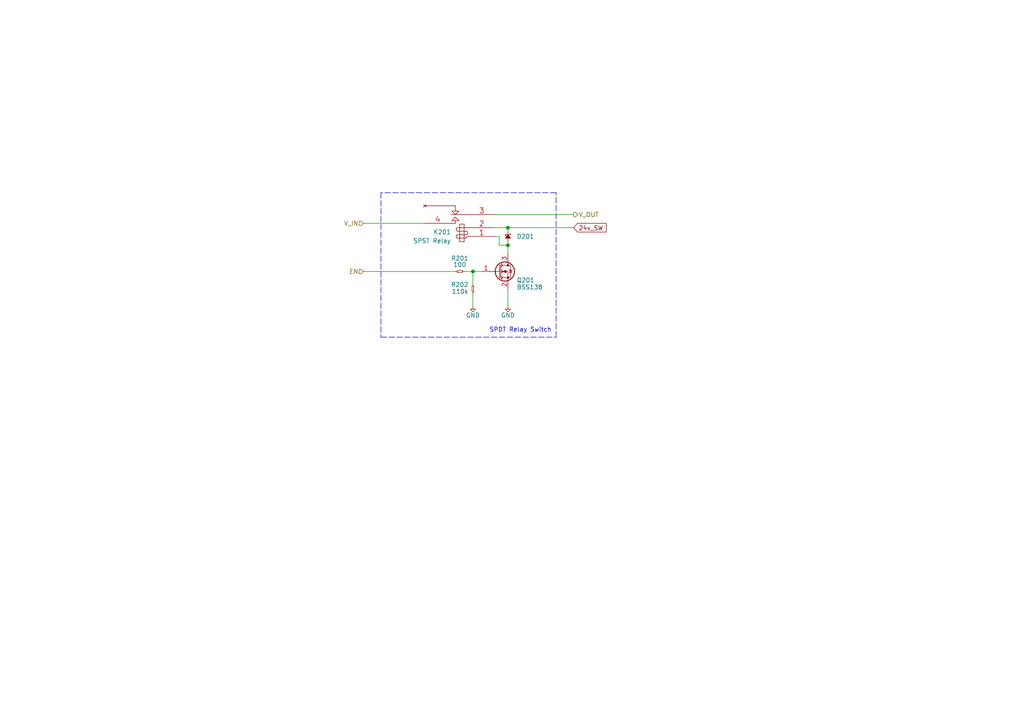
<source format=kicad_sch>
(kicad_sch (version 20211123) (generator eeschema)
  (paper "A4")
  (title_block (title "PROJECT ROYALE") (date "2021-10-23") (rev "1.0") (company "Cambridge University Spaceflight") (comment 1 "Drawn By Henry Franks"))
  (lib_symbols
    (symbol "royale:BSS138" (pin_names hide)
      (property "Reference" "Q" (at 5.08 1.905 0))
      (property "Value" "royale_BSS138" (at 5.08 0 0))
      (symbol "BSS138_0_1"
        (polyline (pts (xy 0.254 0) (xy -2.54 0)))
        (polyline (pts (xy 0.254 1.905) (xy 0.254 -1.905)) (stroke (width 0.254)))
        (polyline (pts (xy 0.762 -1.27) (xy 0.762 -2.286)) (stroke (width 0.254)))
        (polyline (pts (xy 0.762 0.508) (xy 0.762 -0.508)) (stroke (width 0.254)))
        (polyline (pts (xy 0.762 2.286) (xy 0.762 1.27)) (stroke (width 0.254)))
        (polyline (pts (xy 2.54 2.54) (xy 2.54 1.778)))
        (polyline (pts (xy 2.54 -2.54) (xy 2.54 0) (xy 0.762 0)))
        (polyline (pts (xy 0.762 -1.778) (xy 3.302 -1.778) (xy 3.302 1.778) (xy 0.762 1.778)))
        (polyline (pts (xy 1.016 0) (xy 2.032 0.381) (xy 2.032 -0.381) (xy 1.016 0)) (fill (type outline)))
        (polyline (pts (xy 2.794 0.508) (xy 2.921 0.381) (xy 3.683 0.381) (xy 3.81 0.254)))
        (polyline (pts (xy 3.302 0.381) (xy 2.921 -0.254) (xy 3.683 -0.254) (xy 3.302 0.381)))
        (circle (center 1.651 0) (radius 2.794) (stroke (width 0.254)))
        (circle (center 2.54 -1.778) (radius 0.254) (fill (type outline)))
        (circle (center 2.54 1.778) (radius 0.254) (fill (type outline)))
      )
      (symbol "BSS138_1_1"
        (pin input line (at -5.08 0 0) (length 2.54) (name "G") (number "1"))
        (pin passive line (at 2.54 -5.08 90) (length 2.54) (name "S") (number "2"))
        (pin passive line (at 2.54 5.08 270) (length 2.54) (name "D") (number "3"))
      )
    )
    (symbol "royale:Diode_Schottky" (pin_numbers hide) (pin_names (offset 1.016) hide)
      (property "Reference" "D" (at 1.27 1.778 0))
      (symbol "Diode_Schottky_0_1"
        (polyline (pts (xy 0.762 0.762) (xy 0.762 -0.762)))
        (polyline (pts (xy 0.762 -0.762) (xy 1.016 -0.762) (xy 1.016 -0.508)))
        (polyline (pts (xy 0.762 0.762) (xy 0.508 0.762) (xy 0.508 0.508)))
        (polyline (pts (xy 1.778 0.762) (xy 0.762 0) (xy 1.778 -0.762) (xy 1.778 0.762)) (fill (type outline)))
      )
      (symbol "Diode_Schottky_1_1"
        (pin passive line (at 0 0 0) (length 0.762) (name "~") (number "1"))
        (pin passive line (at 2.54 0 180) (length 0.762) (name "~") (number "2"))
      )
    )
    (symbol "royale:GND" (power) (pin_numbers hide) (pin_names (offset 1.016) hide)
      (property "Value" "royale_GND" (at 0 -2.54 0))
      (symbol "GND_0_1"
        (polyline (pts (xy 0 0) (xy 0 -0.762)))
        (polyline (pts (xy -0.762 -0.762) (xy 0.762 -0.762) (xy 0 -1.524) (xy -0.762 -0.762)) (fill (type background)))
      )
      (symbol "GND_1_1"
        (pin power_in line (at 0 0 180) (length 0) hide (name "GND") (number "1"))
      )
    )
    (symbol "royale:R" (pin_numbers hide) (pin_names (offset 1.016) hide)
      (property "Reference" "R" (at 1.27 1.27 0))
      (property "Value" "royale_R" (at 1.27 -1.27 0))
      (symbol "R_0_1"
        (rectangle (start 0.508 0.254) (end 2.032 -0.254) (fill (type background)))
      )
      (symbol "R_1_1"
        (pin passive line (at 0 0 0) (length 0.508) (name "~") (number "1"))
        (pin passive line (at 2.54 0 180) (length 0.508) (name "~") (number "2"))
      )
    )
    (symbol "royale:Relay_SPST" (pin_names (offset 1.016) hide)
      (property "Reference" "K" (at -1.27 10.16 0))
      (property "Value" "Relay_SPST" (at 0 -3.81 0))
      (symbol "Relay_SPST_0_1"
        (polyline (pts (xy -2.54 0) (xy -2.286 0)))
        (polyline (pts (xy -2.54 2.54) (xy -1.27 2.54)))
        (polyline (pts (xy -2.286 0) (xy -1.778 -0.4826)))
        (polyline (pts (xy -2.286 0.7874) (xy -2.286 1.27)))
        (polyline (pts (xy -2.032 0.508) (xy -2.286 0.7874)))
        (polyline (pts (xy -2.032 1.524) (xy -2.286 1.27)))
        (polyline (pts (xy -1.778 -0.4826) (xy -1.27 -0.4826)))
        (polyline (pts (xy -1.27 -1.524) (xy -1.27 3.5814)))
        (polyline (pts (xy -1.27 0.508) (xy -2.032 0.508)))
        (polyline (pts (xy -1.27 0.508) (xy 0 0.508)))
        (polyline (pts (xy -1.27 1.524) (xy -2.032 1.524)))
        (polyline (pts (xy -1.27 2.54) (xy 0 2.54)))
        (polyline (pts (xy -1.27 3.5814) (xy 0 3.5814)))
        (polyline (pts (xy 0 -1.524) (xy -1.27 -1.524)))
        (polyline (pts (xy 0 -0.4826) (xy -1.27 -0.4826)))
        (polyline (pts (xy 0 -0.4826) (xy 0.7366 -0.4826)))
        (polyline (pts (xy 0 0.508) (xy 0.7366 0.508)))
        (polyline (pts (xy 0 1.524) (xy -1.27 1.524)))
        (polyline (pts (xy 0 1.524) (xy 0.7366 1.524)))
        (polyline (pts (xy 0 2.54) (xy 0.7366 2.54)))
        (polyline (pts (xy 0 3.5814) (xy 0 -1.524)))
        (polyline (pts (xy 0.254 4.572) (xy 1.27 5.6134)))
        (polyline (pts (xy 0.254 7.366) (xy 0.9906 7.366)))
        (polyline (pts (xy 0.7366 -0.4826) (xy 0.9906 -0.254)))
        (polyline (pts (xy 0.7366 0.508) (xy 0.9906 0.254)))
        (polyline (pts (xy 0.7366 1.524) (xy 0.9906 1.778)))
        (polyline (pts (xy 0.7366 2.54) (xy 0.9906 2.3114)))
        (polyline (pts (xy 0.9906 -0.254) (xy 0.9906 0.254)))
        (polyline (pts (xy 0.9906 2.3114) (xy 0.9906 1.778)))
        (polyline (pts (xy 0.9906 6.6294) (xy 0.254 7.366)))
        (polyline (pts (xy 0.9906 6.6294) (xy 1.27 6.35)))
        (polyline (pts (xy 0.9906 7.366) (xy 2.2606 7.366)))
        (polyline (pts (xy 1.27 3.81) (xy 1.27 4.572)))
        (polyline (pts (xy 1.27 3.81) (xy 2.54 3.81)))
        (polyline (pts (xy 1.27 5.6134) (xy 2.2606 4.572)))
        (polyline (pts (xy 1.27 6.35) (xy -2.54 6.35)))
        (polyline (pts (xy 1.27 6.35) (xy 1.524 6.35)))
        (polyline (pts (xy 1.27 8.89) (xy 1.27 7.366)))
        (polyline (pts (xy 1.27 8.89) (xy 2.54 8.89)))
        (polyline (pts (xy 1.524 6.35) (xy 2.54 6.35)))
        (polyline (pts (xy 2.2606 4.572) (xy 0.254 4.572)))
        (polyline (pts (xy 2.2606 7.366) (xy 1.27 6.35)))
      )
      (symbol "Relay_SPST_1_1"
        (pin input line (at -10.16 0 0) (length 7.62) (name "~") (number "1"))
        (pin input line (at -10.16 2.54 0) (length 7.62) (name "~") (number "2"))
        (pin passive line (at -10.16 6.35 0) (length 7.62) (name "~") (number "3"))
        (pin passive line (at 10.16 3.81 180) (length 7.62) (name "~") (number "4"))
        (pin no_connect line (at 10.16 8.89 180) (length 7.62) (name "~") (number "~"))
      )
    )
  )
  (junction (at 147.32 66.04))
  (junction (at 137.16 78.74))
  (junction (at 147.32 71.12))
  (wire (pts (xy 166.37 62.23) (xy 143.51 62.23)))
  (wire (pts (xy 105.41 64.77) (xy 123.19 64.77)))
  (wire (pts (xy 137.16 85.09) (xy 137.16 88.9)))
  (wire (pts (xy 105.41 78.74) (xy 132.08 78.74)))
  (wire (pts (xy 144.78 71.12) (xy 144.78 68.58)))
  (wire (pts (xy 134.62 78.74) (xy 137.16 78.74)))
  (wire (pts (xy 147.32 83.82) (xy 147.32 88.9)))
  (polyline (pts (xy 110.49 97.79) (xy 161.29 97.79)))
  (wire (pts (xy 137.16 78.74) (xy 139.7 78.74)))
  (wire (pts (xy 147.32 69.85) (xy 147.32 71.12)))
  (polyline (pts (xy 161.29 55.88) (xy 110.49 55.88)))
  (polyline (pts (xy 110.49 55.88) (xy 110.49 97.79)))
  (polyline (pts (xy 161.29 97.79) (xy 161.29 55.88)))
  (wire (pts (xy 147.32 71.12) (xy 144.78 71.12)))
  (wire (pts (xy 137.16 78.74) (xy 137.16 82.55)))
  (wire (pts (xy 144.78 68.58) (xy 143.51 68.58)))
  (wire (pts (xy 147.32 66.04) (xy 166.37 66.04)))
  (wire (pts (xy 147.32 73.66) (xy 147.32 71.12)))
  (wire (pts (xy 147.32 66.04) (xy 147.32 67.31)))
  (wire (pts (xy 143.51 66.04) (xy 147.32 66.04)))
  (text "SPDT Relay Switch" (at 160.02 96.52 180) (effects (font (size 1.27 1.27)) (justify right bottom)))
  (global_label "24v_SW" (shape input) (at 166.37 66.04 0) (property "Intersheet References" "${INTERSHEET_REFS}" (effects hide)))
  (hierarchical_label "V_IN" (shape input) (at 105.41 64.77 180))
  (hierarchical_label "EN" (shape input) (at 105.41 78.74 180))
  (hierarchical_label "V_OUT" (shape output) (at 166.37 62.23 0))
  (symbol (lib_id "royale:Diode_Schottky") (at 147.32 67.31 270)
    (property "Reference" "D201" (at 149.86 68.58 90) (effects (justify left)))
    (property "Value" "Diode_Schottky" (effects hide))
    (property "Footprint" "royale:D_0402" (effects hide))
  )
  (symbol (lib_id "royale:Relay_SPST") (at 133.35 68.58 0) (mirror y)
    (property "Reference" "K201" (at 130.81 67.31 0) (effects (justify left)))
    (property "Value" "SPST Relay" (at 130.81 69.85 0) (effects (justify left)))
    (property "Footprint" "royale:Relay" (effects hide))
  )
  (symbol (lib_id "royale:BSS138") (at 144.78 78.74 0)
    (property "Reference" "Q201" (at 149.86 81.28 0) (effects (justify left)))
    (property "Value" "BSS138" (at 149.86 82.55 0) (effects (justify left top)))
    (property "Footprint" "royale:BSS138" (effects hide))
    (property "Datasheet" "https://www.onsemi.com/pub/Collateral/BSS138-D.PDF" (effects hide))
  )
  (symbol (lib_id "royale:GND") (at 147.32 88.9 0)
    (property "Reference" "#PWR0202" (effects hide))
    (property "Value" "GND" (at 147.32 91.44 0))
  )
  (symbol (lib_id "royale:R") (at 132.08 78.74 0)
    (property "Reference" "R201" (at 133.35 74.93 0))
    (property "Value" "100" (at 133.35 77.47 0) (effects (justify bottom)))
    (property "Footprint" "royale:R_0402" (effects hide))
  )
  (symbol (lib_id "royale:GND") (at 137.16 88.9 0)
    (property "Reference" "#PWR0201" (effects hide))
    (property "Value" "GND" (at 137.16 91.44 0))
  )
  (symbol (lib_id "royale:R") (at 137.16 82.55 90) (mirror x)
    (property "Reference" "R202" (at 135.89 82.55 90) (effects (justify left)))
    (property "Value" "110k" (at 135.89 83.82 90) (effects (justify left top)))
    (property "Footprint" "royale:R_0402" (effects hide))
  )
)
</source>
